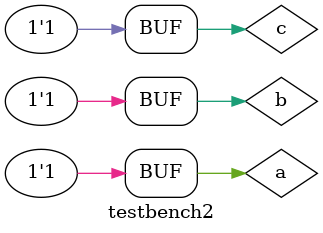
<source format=v>
module testbench2();
  reg a, b, c;
  wire y;
  // instantiate device under test
  adder_reg dut(a, b, c, y);
  // apply inputs one at a time
  // checking results
  initial begin
    a = 1'b0; b = 1'b0; c = 1'b0; #10;
    if (y !== 1'b1) $display("000 failed.");
    c = 1'b1; #10;
    if (y !== 1'b0) $display("001 failed.");
    b = 1'b1; c = 1'b0; #10;
    if (y !== 1'b0) $display("010 failed.");
    c = 1'b1; #10;
    if (y !== 0) $display("011 failed.");
    a = 1'b1; b = 1'b0; c = 1'b0; #10;
    if (y !== 1'b1) $display("100 failed.");
    c = 1'b1; #10;
    if (y !== 1) $display("101 failed.");
    b = 1'b1; c = 1'b0; #10;
    if (y !== 1'b0) $display("110 failed.");
    c = 1'b1; #10;
    if (y !== 1'b0) $display("111 failed.");
  end
endmodule

</source>
